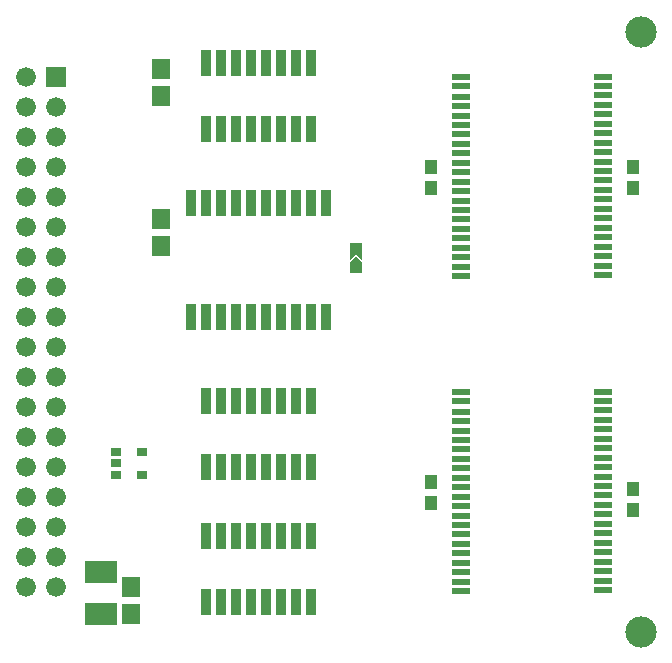
<source format=gts>
G04 Rezonit PCAD EXPORT*
G04 layer position = 2*
G04 layer base position = 2*
G04 layer type = 8*
G04 layer flash color = 10*
G04 layer line color = 11*
G04*
G04  File:            MSX2MB1.GTS, Fri Nov 10 22:01:54 2023*
G04  Source:          P-CAD 2006 PCB, Version 19.02.958, (D:\PCAD\MSX_MEM\MSX2MB\MSX2MB1.pcb)*
G04  Format:          Gerber Format (RS-274-D), ASCII*
G04*
G04  Format Options:  Absolute Positioning*
G04                   Leading-Zero Suppression*
G04                   Scale Factor 1:1*
G04                   NO Circular Interpolation*
G04                   Millimeter Units*
G04                   Numeric Format: 4.4 (XXXX.XXXX)*
G04                   G54 NOT Used for Aperture Change*
G04                   Apertures Embedded*
G04*
G04  File Options:    Offset = (0.000mm,0.000mm)*
G04                   Drill Symbol Size = 0.000mm*
G04                   No Pad/Via Holes*
G04*
G04  File Contents:   Pads*
G04                   No Vias*
G04                   No Designators*
G04                   No Types*
G04                   No Values*
G04                   No Drill Symbols*
G04                   Top Mask*
G04*
%INMSX2MB1.GTS*%
%ICAS*%
%MOMM*%
G04*
G04  Aperture MACROs for general use --- invoked via D-code assignment *
G04*
G04  General MACRO for flashed round with rotation and/or offset hole *
%AMROTOFFROUND*
1,1,$1,0.0000,0.0000*
1,0,$2,$3,$4*%
G04*
G04  General MACRO for flashed oval (obround) with rotation and/or offset hole *
%AMROTOFFOVAL*
21,1,$1,$2,0.0000,0.0000,$3*
1,1,$4,$5,$6*
1,1,$4,0-$5,0-$6*
1,0,$7,$8,$9*%
G04*
G04  General MACRO for flashed oval (obround) with rotation and no hole *
%AMROTOVALNOHOLE*
21,1,$1,$2,0.0000,0.0000,$3*
1,1,$4,$5,$6*
1,1,$4,0-$5,0-$6*%
G04*
G04  General MACRO for flashed rectangle with rotation and/or offset hole *
%AMROTOFFRECT*
21,1,$1,$2,0.0000,0.0000,$3*
1,0,$4,$5,$6*%
G04*
G04  General MACRO for flashed rectangle with rotation and no hole *
%AMROTRECTNOHOLE*
21,1,$1,$2,0.0000,0.0000,$3*%
G04*
G04  General MACRO for flashed rounded-rectangle *
%AMROUNDRECT*
21,1,$1,$2-$4,0.0000,0.0000,$3*
21,1,$1-$4,$2,0.0000,0.0000,$3*
1,1,$4,$5,$6*
1,1,$4,$7,$8*
1,1,$4,0-$5,0-$6*
1,1,$4,0-$7,0-$8*
1,0,$9,$10,$11*%
G04*
G04  General MACRO for flashed rounded-rectangle with rotation and no hole *
%AMROUNDRECTNOHOLE*
21,1,$1,$2-$4,0.0000,0.0000,$3*
21,1,$1-$4,$2,0.0000,0.0000,$3*
1,1,$4,$5,$6*
1,1,$4,$7,$8*
1,1,$4,0-$5,0-$6*
1,1,$4,0-$7,0-$8*%
G04*
G04  General MACRO for flashed regular polygon *
%AMREGPOLY*
5,1,$1,0.0000,0.0000,$2,$3+$4*
1,0,$5,$6,$7*%
G04*
G04  General MACRO for flashed regular polygon with no hole *
%AMREGPOLYNOHOLE*
5,1,$1,0.0000,0.0000,$2,$3+$4*%
G04*
G04  General MACRO for target *
%AMTARGET*
6,0,0,$1,$2,$3,4,$4,$5,$6*%
G04*
G04  General MACRO for mounting hole *
%AMMTHOLE*
1,1,$1,0,0*
1,0,$2,0,0*
$1=$1-$2*
$1=$1/2*
21,1,$2+$1,$3,0,0,$4*
21,1,$3,$2+$1,0,0,$4*%
G04*
G04*
G04  D10 : "Ellipse X0.254mm Y0.254mm H0.000mm 0.0deg (0.000mm,0.000mm) Draw"*
G04  Disc: OuterDia=0.2540*
%ADD10C, 0.2540*%
G04  D11 : "Ellipse X0.300mm Y0.300mm H0.000mm 0.0deg (0.000mm,0.000mm) Draw"*
G04  Disc: OuterDia=0.3000*
%ADD11C, 0.3000*%
G04  D12 : "Ellipse X0.381mm Y0.381mm H0.000mm 0.0deg (0.000mm,0.000mm) Draw"*
G04  Disc: OuterDia=0.3810*
%ADD12C, 0.3810*%
G04  D13 : "Ellipse X0.400mm Y0.400mm H0.000mm 0.0deg (0.000mm,0.000mm) Draw"*
G04  Disc: OuterDia=0.4000*
%ADD13C, 0.4000*%
G04  D14 : "Ellipse X0.450mm Y0.450mm H0.000mm 0.0deg (0.000mm,0.000mm) Draw"*
G04  Disc: OuterDia=0.4500*
%ADD14C, 0.4500*%
G04  D15 : "Ellipse X0.500mm Y0.500mm H0.000mm 0.0deg (0.000mm,0.000mm) Draw"*
G04  Disc: OuterDia=0.5000*
%ADD15C, 0.5000*%
G04  D16 : "Ellipse X0.050mm Y0.050mm H0.000mm 0.0deg (0.000mm,0.000mm) Draw"*
G04  Disc: OuterDia=0.0500*
%ADD16C, 0.0500*%
G04  D17 : "Ellipse X0.635mm Y0.635mm H0.000mm 0.0deg (0.000mm,0.000mm) Draw"*
G04  Disc: OuterDia=0.6350*
%ADD17C, 0.6350*%
G04  D18 : "Ellipse X0.100mm Y0.100mm H0.000mm 0.0deg (0.000mm,0.000mm) Draw"*
G04  Disc: OuterDia=0.1000*
%ADD18C, 0.1000*%
G04  D19 : "Ellipse X0.127mm Y0.127mm H0.000mm 0.0deg (0.000mm,0.000mm) Draw"*
G04  Disc: OuterDia=0.1270*
%ADD19C, 0.1270*%
G04  D20 : "Ellipse X0.150mm Y0.150mm H0.000mm 0.0deg (0.000mm,0.000mm) Draw"*
G04  Disc: OuterDia=0.1500*
%ADD20C, 0.1500*%
G04  D21 : "Ellipse X0.200mm Y0.200mm H0.000mm 0.0deg (0.000mm,0.000mm) Draw"*
G04  Disc: OuterDia=0.2000*
%ADD21C, 0.2000*%
G04  D22 : "Ellipse X0.250mm Y0.250mm H0.000mm 0.0deg (0.000mm,0.000mm) Draw"*
G04  Disc: OuterDia=0.2500*
%ADD22C, 0.2500*%
G04  D23 : "Ellipse X0.250mm Y0.250mm H0.000mm 0.0deg (0.000mm,0.000mm) Draw"*
G04  Disc: OuterDia=0.2500*
%ADD23C, 0.2500*%
G04  D24 : "Ellipse X2.652mm Y2.652mm H0.000mm 0.0deg (0.000mm,0.000mm) Flash"*
G04  Disc: OuterDia=2.6520*
%ADD24C, 2.6520*%
G04  D25 : "Ellipse X1.524mm Y1.524mm H0.000mm 0.0deg (0.000mm,0.000mm) Flash"*
G04  Disc: OuterDia=1.5240*
%ADD25C, 1.5240*%
G04  D26 : "Ellipse X1.676mm Y1.676mm H0.000mm 0.0deg (0.000mm,0.000mm) Flash"*
G04  Disc: OuterDia=1.6760*
%ADD26C, 1.6760*%
G04  D27 : "Mounting Hole X2.500mm Y2.500mm H0.000mm 0.0deg (0.000mm,0.000mm) Flash"*
G04  Mounting Hole: Diameter=2.5000, Rotation=0.0, LineWidth=0.1270 *
%ADD27MTHOLE, 2.5000 X1.9920 X0.1270 X0.0*%
G04  D28 : "Polygon X1.150mm Y0.800mm H0.000mm 90.0deg (0.000mm,0.000mm) Flash"*
G04  Irregular Polygon: DimX=1.1500, DimY=0.8000, Rotation=90.0, OffsetX=0.0000, OffsetY=0.0000, HoleDia=0.0000 *
%AMIRREGPOLYD28*
4,1,5,
-0.4000, -0.4000,
0.3500, -0.4000,
0.7500, 0.0000,
0.3500, 0.4000,
-0.4000, 0.4000,
-0.4000, -0.4000,
$1*%
%ADD28IRREGPOLYD28, 90.0*%
G04  D29 : "Polygon X1.150mm Y0.800mm H0.000mm 90.0deg (0.000mm,0.000mm) Flash"*
G04  Irregular Polygon: DimX=1.1500, DimY=0.8000, Rotation=90.0, OffsetX=0.0000, OffsetY=0.0000, HoleDia=0.0000 *
%AMIRREGPOLYD29*
4,1,5,
-0.7500, 0.4000,
-0.3500, 0.0000,
-0.7500, -0.4000,
0.4000, -0.4000,
0.4000, 0.4000,
-0.7500, 0.4000,
$1*%
%ADD29IRREGPOLYD29, 90.0*%
G04  D30 : "Polygon X1.338mm Y0.956mm H0.000mm 90.0deg (0.000mm,0.000mm) Flash"*
G04  Irregular Polygon: DimX=1.3381, DimY=0.9558, Rotation=90.0, OffsetX=0.0000, OffsetY=0.0000, HoleDia=0.0000 *
%AMIRREGPOLYD30*
4,1,5,
-0.4779, 0.4779,
-0.4779, -0.4779,
0.3823, -0.4779,
0.8602, 0.0000,
0.3823, 0.4779,
-0.4779, 0.4779,
$1*%
%ADD30IRREGPOLYD30, 90.0*%
G04  D31 : "Polygon X1.416mm Y0.956mm H0.000mm 90.0deg (0.000mm,0.000mm) Flash"*
G04  Irregular Polygon: DimX=1.4160, DimY=0.9558, Rotation=90.0, OffsetX=0.0000, OffsetY=0.0000, HoleDia=0.0000 *
%AMIRREGPOLYD31*
4,1,5,
-0.4602, 0.0000,
-0.9381, -0.4779,
0.4779, -0.4779,
0.4779, 0.4779,
-0.9381, 0.4779,
-0.4602, 0.0000,
$1*%
%ADD31IRREGPOLYD31, 90.0*%
G04  D32 : "Rectangle X0.800mm Y0.600mm H0.000mm 0.0deg (0.000mm,0.000mm) Flash"*
G04  Rectangular: DimX=0.8000, DimY=0.6000, Rotation=0.0, OffsetX=0.0000, OffsetY=0.0000, HoleDia=0.0000 *
%ADD32R, 0.8000 X0.6000*%
G04  D33 : "Rectangle X0.952mm Y0.752mm H0.000mm 0.0deg (0.000mm,0.000mm) Flash"*
G04  Rectangular: DimX=0.9520, DimY=0.7520, Rotation=0.0, OffsetX=0.0000, OffsetY=0.0000, HoleDia=0.0000 *
%ADD33R, 0.9520 X0.7520*%
G04  D34 : "Rectangle X0.889mm Y1.016mm H0.000mm 0.0deg (0.000mm,0.000mm) Flash"*
G04  Rectangular: DimX=0.8890, DimY=1.0160, Rotation=0.0, OffsetX=0.0000, OffsetY=0.0000, HoleDia=0.0000 *
%ADD34R, 0.8890 X1.0160*%
G04  D35 : "Rectangle X1.041mm Y1.168mm H0.000mm 0.0deg (0.000mm,0.000mm) Flash"*
G04  Rectangular: DimX=1.0410, DimY=1.1680, Rotation=0.0, OffsetX=0.0000, OffsetY=0.0000, HoleDia=0.0000 *
%ADD35R, 1.0410 X1.1680*%
G04  D36 : "Rectangle X1.450mm Y0.450mm H0.000mm 0.0deg (0.000mm,0.000mm) Flash"*
G04  Rectangular: DimX=1.4500, DimY=0.4500, Rotation=0.0, OffsetX=0.0000, OffsetY=0.0000, HoleDia=0.0000 *
%ADD36R, 1.4500 X0.4500*%
G04  D37 : "Rectangle X1.422mm Y1.524mm H0.000mm 0.0deg (0.000mm,0.000mm) Flash"*
G04  Rectangular: DimX=1.4224, DimY=1.5240, Rotation=0.0, OffsetX=0.0000, OffsetY=0.0000, HoleDia=0.0000 *
%ADD37R, 1.4224 X1.5240*%
G04  D38 : "Rectangle X1.524mm Y1.524mm H0.000mm 0.0deg (0.000mm,0.000mm) Flash"*
G04  Square: Side=1.5240, Rotation=0.0, OffsetX=0.0000, OffsetY=0.0000, HoleDia=0.0000*
%ADD38R, 1.5240 X1.5240*%
G04  D39 : "Rectangle X1.602mm Y0.602mm H0.000mm 0.0deg (0.000mm,0.000mm) Flash"*
G04  Rectangular: DimX=1.6020, DimY=0.6020, Rotation=0.0, OffsetX=0.0000, OffsetY=0.0000, HoleDia=0.0000 *
%ADD39R, 1.6020 X0.6020*%
G04  D40 : "Rectangle X1.574mm Y1.676mm H0.000mm 0.0deg (0.000mm,0.000mm) Flash"*
G04  Rectangular: DimX=1.5744, DimY=1.6760, Rotation=0.0, OffsetX=0.0000, OffsetY=0.0000, HoleDia=0.0000 *
%ADD40R, 1.5744 X1.6760*%
G04  D41 : "Rectangle X1.676mm Y1.676mm H0.000mm 0.0deg (0.000mm,0.000mm) Flash"*
G04  Square: Side=1.6760, Rotation=0.0, OffsetX=0.0000, OffsetY=0.0000, HoleDia=0.0000*
%ADD41R, 1.6760 X1.6760*%
G04  D42 : "Rectangle X2.591mm Y1.778mm H0.000mm 0.0deg (0.000mm,0.000mm) Flash"*
G04  Rectangular: DimX=2.5908, DimY=1.7780, Rotation=0.0, OffsetX=0.0000, OffsetY=0.0000, HoleDia=0.0000 *
%ADD42R, 2.5908 X1.7780*%
G04  D43 : "Rectangle X2.743mm Y1.930mm H0.000mm 0.0deg (0.000mm,0.000mm) Flash"*
G04  Rectangular: DimX=2.7428, DimY=1.9300, Rotation=0.0, OffsetX=0.0000, OffsetY=0.0000, HoleDia=0.0000 *
%ADD43R, 2.7428 X1.9300*%
G04  D44 : "Rectangle X0.660mm Y2.032mm H0.000mm 0.0deg (0.000mm,0.000mm) Flash"*
G04  Rectangular: DimX=0.6604, DimY=2.0320, Rotation=0.0, OffsetX=0.0000, OffsetY=0.0000, HoleDia=0.0000 *
%ADD44R, 0.6604 X2.0320*%
G04  D45 : "Rectangle X0.812mm Y2.184mm H0.000mm 0.0deg (0.000mm,0.000mm) Flash"*
G04  Rectangular: DimX=0.8124, DimY=2.1840, Rotation=0.0, OffsetX=0.0000, OffsetY=0.0000, HoleDia=0.0000 *
%ADD45R, 0.8124 X2.1840*%
G04  D46 : "Ellipse X1.016mm Y1.016mm H0.000mm 0.0deg (0.000mm,0.000mm) Flash"*
G04  Disc: OuterDia=1.0160*
%ADD46C, 1.0160*%
G04  D47 : "Ellipse X1.168mm Y1.168mm H0.000mm 0.0deg (0.000mm,0.000mm) Flash"*
G04  Disc: OuterDia=1.1680*
%ADD47C, 1.1680*%
G04*
%FSLAX44Y44*%
%SFA1B1*%
%OFA0.000B0.000*%
G04*
G71*
G90*
G01*
D2*
%LNTop Mask*%
D31*
X863600Y806210D3*
D30*
Y791210D3*
D24*
X1104900Y482600D3*
D35*
X1098550Y858520D3*
Y876300D3*
D43*
X647700Y533400D3*
Y497332D3*
D35*
X1098550Y585470D3*
Y603250D3*
D24*
X1104900Y990600D3*
D33*
X660400Y615000D3*
Y625000D3*
X682900Y635000D3*
Y615000D3*
X660400Y635000D3*
D35*
X927100Y858520D3*
Y876300D3*
D40*
X698500Y958850D3*
Y935990D3*
D45*
X736600Y508000D3*
X749300D3*
X762000D3*
X774700D3*
X787400D3*
X800100D3*
X736600Y563880D3*
X749300D3*
X762000D3*
X774700D3*
X787400D3*
X800100D3*
X812800Y508000D3*
X825500D3*
X812800Y563880D3*
X825500D3*
D35*
X927100Y591820D3*
Y609600D3*
D40*
X673100Y520700D3*
Y497840D3*
D45*
X800100Y749300D3*
X812800D3*
X787400D3*
X838200D3*
X825500D3*
X762000D3*
X749300D3*
X736600D3*
X723900D3*
X800100Y845820D3*
X812800D3*
X787400D3*
X838200D3*
X825500D3*
X762000D3*
X749300D3*
X736600D3*
X723900D3*
X774700Y749300D3*
Y845820D3*
D40*
X698500Y831850D3*
Y808990D3*
D26*
X584200Y571500D3*
Y546100D3*
Y647700D3*
Y622300D3*
Y723900D3*
Y698500D3*
Y800100D3*
Y774700D3*
Y876300D3*
Y850900D3*
Y952500D3*
Y927100D3*
X609600Y546100D3*
Y571500D3*
Y622300D3*
Y647700D3*
Y698500D3*
Y723900D3*
Y774700D3*
Y800100D3*
Y850900D3*
Y876300D3*
Y927100D3*
D41*
Y952500D3*
D26*
X584200Y749300D3*
Y673100D3*
Y596900D3*
Y520700D3*
Y901700D3*
Y825500D3*
X609600Y520700D3*
Y596900D3*
Y673100D3*
Y749300D3*
Y825500D3*
Y901700D3*
D45*
X736600Y622300D3*
X749300D3*
X762000D3*
X774700D3*
X787400D3*
X800100D3*
X736600Y678180D3*
X749300D3*
X762000D3*
X774700D3*
X787400D3*
X800100D3*
X812800Y622300D3*
X825500D3*
X812800Y678180D3*
X825500D3*
X736600Y908050D3*
X749300D3*
X762000D3*
X774700D3*
X787400D3*
X800100D3*
X736600Y963930D3*
X749300D3*
X762000D3*
X774700D3*
X787400D3*
X800100D3*
X812800Y908050D3*
X825500D3*
X812800Y963930D3*
X825500D3*
D39*
X952500Y572800D3*
Y564800D3*
Y556800D3*
Y548800D3*
Y540800D3*
Y532800D3*
Y524800D3*
Y516800D3*
Y652800D3*
Y644800D3*
Y636800D3*
Y628800D3*
Y620800D3*
Y612800D3*
Y604800D3*
Y596800D3*
Y588800D3*
Y685800D3*
Y677800D3*
Y668800D3*
Y580800D3*
Y660800D3*
X1072500Y517800D3*
Y525800D3*
Y533800D3*
Y541800D3*
Y549800D3*
Y557800D3*
Y565800D3*
Y573800D3*
Y589800D3*
Y597800D3*
Y605800D3*
Y613800D3*
Y621800D3*
Y629800D3*
Y637800D3*
Y645800D3*
Y653800D3*
Y669800D3*
Y677800D3*
Y685800D3*
Y581800D3*
Y661800D3*
X952500Y839500D3*
Y831500D3*
Y823500D3*
Y815500D3*
Y807500D3*
Y799500D3*
Y791500D3*
Y783500D3*
Y919500D3*
Y911500D3*
Y903500D3*
Y895500D3*
Y887500D3*
Y879500D3*
Y871500D3*
Y863500D3*
Y855500D3*
Y952500D3*
Y944500D3*
Y935500D3*
Y847500D3*
Y927500D3*
X1072500Y784500D3*
Y792500D3*
Y800500D3*
Y808500D3*
Y816500D3*
Y824500D3*
Y832500D3*
Y840500D3*
Y856500D3*
Y864500D3*
Y872500D3*
Y880500D3*
Y888500D3*
Y896500D3*
Y904500D3*
Y912500D3*
Y920500D3*
Y936500D3*
Y944500D3*
Y952500D3*
Y848500D3*
Y928500D3*
D02M02*

</source>
